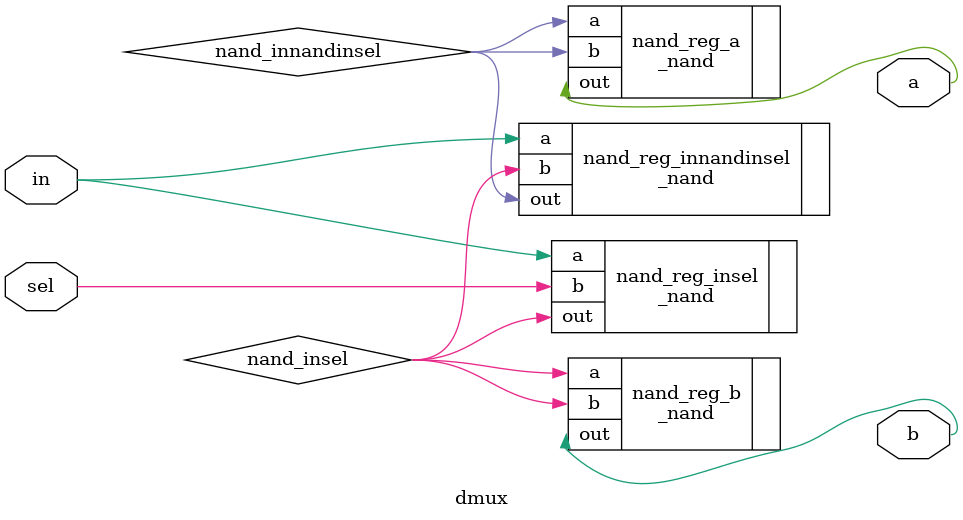
<source format=v>
`default_nettype none

module dmux(
    input wire in,
    input wire sel,
    output wire a,
    output wire b
);
    wire nand_insel, nand_innandinsel;

    _nand nand_reg_insel(
        .a(in),
        .b(sel),
        .out(nand_insel)
    );

    _nand nand_reg_innandinsel(
        .a(in),
        .b(nand_insel),
        .out(nand_innandinsel)
    );

    _nand nand_reg_a(
        .a(nand_innandinsel),
        .b(nand_innandinsel),
        .out(a)
    );

    _nand nand_reg_b(
        .a(nand_insel),
        .b(nand_insel),
        .out(b)
    );
endmodule

`default_nettype wire

</source>
